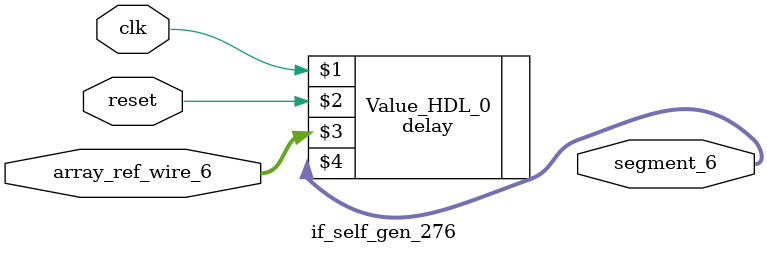
<source format=v>
module if_self_gen_276( input clk, input reset, input [31:0]array_ref_wire_6, output [31:0]segment_6); 
	wire [31:0]segment_6;
	//Proceed with segment_6 = array_ref_wire_6
	delay Value_HDL_0 ( clk, reset, array_ref_wire_6, segment_6);
endmodule
</source>
